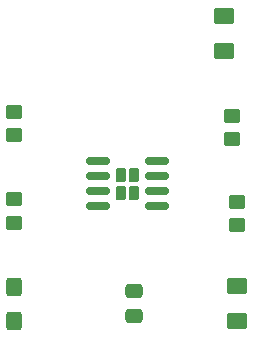
<source format=gbr>
%TF.GenerationSoftware,KiCad,Pcbnew,(6.0.10)*%
%TF.CreationDate,2023-02-17T12:20:43-08:00*%
%TF.ProjectId,Excercise2,45786365-7263-4697-9365-322e6b696361,rev?*%
%TF.SameCoordinates,Original*%
%TF.FileFunction,Paste,Top*%
%TF.FilePolarity,Positive*%
%FSLAX46Y46*%
G04 Gerber Fmt 4.6, Leading zero omitted, Abs format (unit mm)*
G04 Created by KiCad (PCBNEW (6.0.10)) date 2023-02-17 12:20:43*
%MOMM*%
%LPD*%
G01*
G04 APERTURE LIST*
G04 Aperture macros list*
%AMRoundRect*
0 Rectangle with rounded corners*
0 $1 Rounding radius*
0 $2 $3 $4 $5 $6 $7 $8 $9 X,Y pos of 4 corners*
0 Add a 4 corners polygon primitive as box body*
4,1,4,$2,$3,$4,$5,$6,$7,$8,$9,$2,$3,0*
0 Add four circle primitives for the rounded corners*
1,1,$1+$1,$2,$3*
1,1,$1+$1,$4,$5*
1,1,$1+$1,$6,$7*
1,1,$1+$1,$8,$9*
0 Add four rect primitives between the rounded corners*
20,1,$1+$1,$2,$3,$4,$5,0*
20,1,$1+$1,$4,$5,$6,$7,0*
20,1,$1+$1,$6,$7,$8,$9,0*
20,1,$1+$1,$8,$9,$2,$3,0*%
G04 Aperture macros list end*
%ADD10RoundRect,0.250001X0.624999X-0.462499X0.624999X0.462499X-0.624999X0.462499X-0.624999X-0.462499X0*%
%ADD11RoundRect,0.250000X0.450000X-0.350000X0.450000X0.350000X-0.450000X0.350000X-0.450000X-0.350000X0*%
%ADD12RoundRect,0.230000X-0.230000X-0.375000X0.230000X-0.375000X0.230000X0.375000X-0.230000X0.375000X0*%
%ADD13RoundRect,0.150000X-0.825000X-0.150000X0.825000X-0.150000X0.825000X0.150000X-0.825000X0.150000X0*%
%ADD14RoundRect,0.250000X-0.425000X0.537500X-0.425000X-0.537500X0.425000X-0.537500X0.425000X0.537500X0*%
%ADD15RoundRect,0.250000X-0.475000X0.337500X-0.475000X-0.337500X0.475000X-0.337500X0.475000X0.337500X0*%
G04 APERTURE END LIST*
D10*
%TO.C,D1*%
X160020000Y-62447500D03*
X160020000Y-59472500D03*
%TD*%
D11*
%TO.C,R2*%
X142240000Y-76972936D03*
X142240000Y-74972936D03*
%TD*%
D12*
%TO.C,U1*%
X151240000Y-74410000D03*
X151240000Y-72910000D03*
X152380000Y-72910000D03*
X152380000Y-74410000D03*
D13*
X149335000Y-71755000D03*
X149335000Y-73025000D03*
X149335000Y-74295000D03*
X149335000Y-75565000D03*
X154285000Y-75565000D03*
X154285000Y-74295000D03*
X154285000Y-73025000D03*
X154285000Y-71755000D03*
%TD*%
D14*
%TO.C,C1*%
X142240000Y-82382500D03*
X142240000Y-85257500D03*
%TD*%
D11*
%TO.C,R4*%
X161072500Y-77200000D03*
X161072500Y-75200000D03*
%TD*%
D15*
%TO.C,C2*%
X152400000Y-82782500D03*
X152400000Y-84857500D03*
%TD*%
D11*
%TO.C,R3*%
X160697500Y-69892936D03*
X160697500Y-67892936D03*
%TD*%
%TO.C,R1*%
X142240000Y-69580000D03*
X142240000Y-67580000D03*
%TD*%
D10*
%TO.C,D2*%
X161072500Y-85307500D03*
X161072500Y-82332500D03*
%TD*%
M02*

</source>
